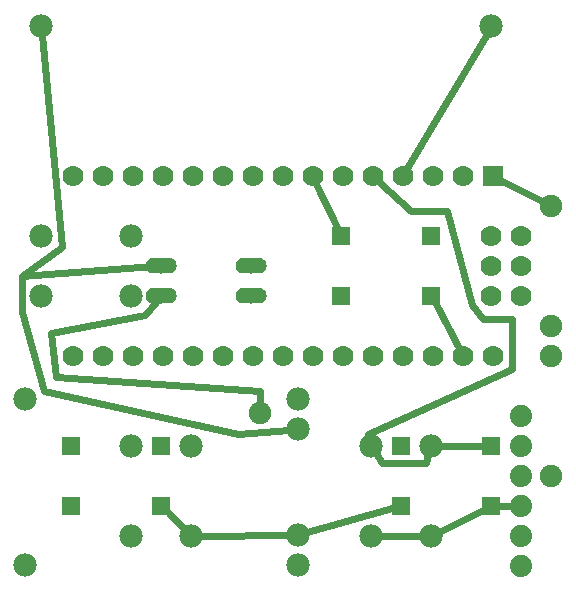
<source format=gtl>
G04 MADE WITH FRITZING*
G04 WWW.FRITZING.ORG*
G04 DOUBLE SIDED*
G04 HOLES PLATED*
G04 CONTOUR ON CENTER OF CONTOUR VECTOR*
%ASAXBY*%
%FSLAX23Y23*%
%MOIN*%
%OFA0B0*%
%SFA1.0B1.0*%
%ADD10C,0.078000*%
%ADD11C,0.075000*%
%ADD12C,0.052000*%
%ADD13C,0.074000*%
%ADD14C,0.070000*%
%ADD15C,0.059370*%
%ADD16C,0.075433*%
%ADD17R,0.070000X0.069958*%
%ADD18C,0.024000*%
%ADD19R,0.001000X0.001000*%
%LNCOPPER1*%
G90*
G70*
G54D10*
X1671Y1910D03*
G54D11*
X1871Y410D03*
X1871Y810D03*
X1871Y1310D03*
X1871Y910D03*
G54D12*
X871Y1010D03*
X871Y1110D03*
X571Y1110D03*
X571Y1010D03*
X871Y1010D03*
X871Y1110D03*
X571Y1110D03*
X571Y1010D03*
G54D10*
X118Y666D03*
X118Y114D03*
X1027Y666D03*
X1027Y566D03*
X1027Y214D03*
X1027Y114D03*
G54D13*
X1771Y110D03*
X1771Y210D03*
X1771Y310D03*
X1771Y410D03*
X1771Y510D03*
X1771Y610D03*
G54D14*
X1675Y1410D03*
X1575Y1410D03*
X1475Y1410D03*
X1375Y1410D03*
X1275Y1410D03*
X1175Y1410D03*
X1075Y1410D03*
X975Y1410D03*
X875Y1410D03*
X775Y1410D03*
X675Y1410D03*
X575Y1410D03*
X475Y1410D03*
X375Y1410D03*
X275Y1410D03*
X1675Y810D03*
X1575Y810D03*
X1475Y810D03*
X1375Y810D03*
X1275Y810D03*
X1175Y810D03*
X1075Y810D03*
X975Y810D03*
X875Y810D03*
X775Y810D03*
X675Y810D03*
X575Y810D03*
X475Y810D03*
X375Y810D03*
X275Y810D03*
X1771Y1210D03*
X1671Y1210D03*
X1771Y1110D03*
X1671Y1110D03*
X1771Y1010D03*
X1671Y1010D03*
G54D10*
X671Y210D03*
X671Y510D03*
X1271Y210D03*
X1271Y510D03*
X1471Y210D03*
X1471Y510D03*
X471Y210D03*
X471Y510D03*
X171Y1210D03*
X471Y1210D03*
X171Y1910D03*
G54D15*
X271Y510D03*
X571Y510D03*
X271Y310D03*
X571Y310D03*
X271Y510D03*
X571Y510D03*
X271Y310D03*
X571Y310D03*
X1471Y1010D03*
X1171Y1010D03*
X1471Y1210D03*
X1171Y1210D03*
X1471Y1010D03*
X1171Y1010D03*
X1471Y1210D03*
X1171Y1210D03*
X1371Y510D03*
X1671Y510D03*
X1371Y310D03*
X1671Y310D03*
X1371Y510D03*
X1671Y510D03*
X1371Y310D03*
X1671Y310D03*
G54D10*
X471Y1010D03*
X171Y1010D03*
G54D16*
X900Y621D03*
G54D17*
X1675Y1410D03*
G54D18*
X1845Y1323D02*
X1701Y1397D01*
D02*
X1088Y1384D02*
X1158Y1238D01*
D02*
X650Y231D02*
X593Y288D01*
D02*
X997Y214D02*
X701Y210D01*
D02*
X1341Y302D02*
X1056Y222D01*
D02*
X1287Y485D02*
X1308Y453D01*
X1308Y453D02*
X1452Y453D01*
X1452Y453D02*
X1461Y482D01*
D02*
X1640Y510D02*
X1501Y510D01*
D02*
X1297Y1391D02*
X1404Y1293D01*
X1404Y1293D02*
X1524Y1293D01*
X1524Y1293D02*
X1608Y981D01*
X1608Y981D02*
X1644Y933D01*
X1644Y933D02*
X1740Y933D01*
X1740Y933D02*
X1740Y765D01*
X1740Y765D02*
X1260Y549D01*
X1260Y549D02*
X1263Y539D01*
D02*
X553Y989D02*
X516Y945D01*
X516Y945D02*
X204Y885D01*
X204Y885D02*
X221Y738D01*
D02*
X221Y738D02*
X900Y693D01*
X900Y693D02*
X900Y650D01*
D02*
X544Y1108D02*
X108Y1077D01*
X108Y1077D02*
X108Y957D01*
X108Y957D02*
X180Y693D01*
X180Y693D02*
X828Y549D01*
X828Y549D02*
X997Y563D01*
D02*
X174Y1880D02*
X240Y1173D01*
X240Y1173D02*
X108Y1077D01*
D02*
X1740Y310D02*
X1702Y310D01*
D02*
X1498Y224D02*
X1643Y296D01*
D02*
X1301Y210D02*
X1441Y210D01*
D02*
X1485Y983D02*
X1562Y836D01*
D02*
X1656Y1884D02*
X1390Y1435D01*
G54D19*
X1141Y1240D02*
X1199Y1240D01*
X1441Y1240D02*
X1499Y1240D01*
X1141Y1239D02*
X1199Y1239D01*
X1441Y1239D02*
X1499Y1239D01*
X1141Y1238D02*
X1199Y1238D01*
X1441Y1238D02*
X1499Y1238D01*
X1141Y1237D02*
X1199Y1237D01*
X1441Y1237D02*
X1499Y1237D01*
X1141Y1236D02*
X1199Y1236D01*
X1441Y1236D02*
X1499Y1236D01*
X1141Y1235D02*
X1199Y1235D01*
X1441Y1235D02*
X1499Y1235D01*
X1141Y1234D02*
X1199Y1234D01*
X1441Y1234D02*
X1499Y1234D01*
X1141Y1233D02*
X1199Y1233D01*
X1441Y1233D02*
X1499Y1233D01*
X1141Y1232D02*
X1199Y1232D01*
X1441Y1232D02*
X1499Y1232D01*
X1141Y1231D02*
X1199Y1231D01*
X1441Y1231D02*
X1499Y1231D01*
X1141Y1230D02*
X1168Y1230D01*
X1172Y1230D02*
X1199Y1230D01*
X1441Y1230D02*
X1468Y1230D01*
X1472Y1230D02*
X1499Y1230D01*
X1141Y1229D02*
X1163Y1229D01*
X1177Y1229D02*
X1199Y1229D01*
X1441Y1229D02*
X1463Y1229D01*
X1477Y1229D02*
X1499Y1229D01*
X1141Y1228D02*
X1161Y1228D01*
X1179Y1228D02*
X1199Y1228D01*
X1441Y1228D02*
X1461Y1228D01*
X1479Y1228D02*
X1499Y1228D01*
X1141Y1227D02*
X1159Y1227D01*
X1181Y1227D02*
X1199Y1227D01*
X1441Y1227D02*
X1459Y1227D01*
X1481Y1227D02*
X1499Y1227D01*
X1141Y1226D02*
X1158Y1226D01*
X1183Y1226D02*
X1199Y1226D01*
X1441Y1226D02*
X1458Y1226D01*
X1482Y1226D02*
X1499Y1226D01*
X1141Y1225D02*
X1156Y1225D01*
X1184Y1225D02*
X1199Y1225D01*
X1441Y1225D02*
X1456Y1225D01*
X1484Y1225D02*
X1499Y1225D01*
X1141Y1224D02*
X1155Y1224D01*
X1185Y1224D02*
X1199Y1224D01*
X1441Y1224D02*
X1455Y1224D01*
X1485Y1224D02*
X1499Y1224D01*
X1141Y1223D02*
X1155Y1223D01*
X1186Y1223D02*
X1199Y1223D01*
X1441Y1223D02*
X1454Y1223D01*
X1486Y1223D02*
X1499Y1223D01*
X1141Y1222D02*
X1154Y1222D01*
X1186Y1222D02*
X1199Y1222D01*
X1441Y1222D02*
X1454Y1222D01*
X1486Y1222D02*
X1499Y1222D01*
X1141Y1221D02*
X1153Y1221D01*
X1187Y1221D02*
X1199Y1221D01*
X1441Y1221D02*
X1453Y1221D01*
X1487Y1221D02*
X1499Y1221D01*
X1141Y1220D02*
X1153Y1220D01*
X1188Y1220D02*
X1199Y1220D01*
X1441Y1220D02*
X1452Y1220D01*
X1488Y1220D02*
X1499Y1220D01*
X1141Y1219D02*
X1152Y1219D01*
X1188Y1219D02*
X1199Y1219D01*
X1441Y1219D02*
X1452Y1219D01*
X1488Y1219D02*
X1499Y1219D01*
X1141Y1218D02*
X1151Y1218D01*
X1189Y1218D02*
X1199Y1218D01*
X1441Y1218D02*
X1451Y1218D01*
X1489Y1218D02*
X1499Y1218D01*
X1141Y1217D02*
X1151Y1217D01*
X1189Y1217D02*
X1199Y1217D01*
X1441Y1217D02*
X1451Y1217D01*
X1489Y1217D02*
X1499Y1217D01*
X1141Y1216D02*
X1151Y1216D01*
X1189Y1216D02*
X1199Y1216D01*
X1441Y1216D02*
X1451Y1216D01*
X1489Y1216D02*
X1499Y1216D01*
X1141Y1215D02*
X1151Y1215D01*
X1190Y1215D02*
X1199Y1215D01*
X1441Y1215D02*
X1450Y1215D01*
X1490Y1215D02*
X1499Y1215D01*
X1141Y1214D02*
X1150Y1214D01*
X1190Y1214D02*
X1199Y1214D01*
X1441Y1214D02*
X1450Y1214D01*
X1490Y1214D02*
X1499Y1214D01*
X1141Y1213D02*
X1150Y1213D01*
X1190Y1213D02*
X1199Y1213D01*
X1441Y1213D02*
X1450Y1213D01*
X1490Y1213D02*
X1499Y1213D01*
X1141Y1212D02*
X1150Y1212D01*
X1190Y1212D02*
X1199Y1212D01*
X1441Y1212D02*
X1450Y1212D01*
X1490Y1212D02*
X1499Y1212D01*
X1141Y1211D02*
X1150Y1211D01*
X1190Y1211D02*
X1199Y1211D01*
X1441Y1211D02*
X1450Y1211D01*
X1490Y1211D02*
X1499Y1211D01*
X1141Y1210D02*
X1150Y1210D01*
X1190Y1210D02*
X1199Y1210D01*
X1441Y1210D02*
X1450Y1210D01*
X1490Y1210D02*
X1499Y1210D01*
X1141Y1209D02*
X1150Y1209D01*
X1190Y1209D02*
X1199Y1209D01*
X1441Y1209D02*
X1450Y1209D01*
X1490Y1209D02*
X1499Y1209D01*
X1141Y1208D02*
X1150Y1208D01*
X1190Y1208D02*
X1199Y1208D01*
X1441Y1208D02*
X1450Y1208D01*
X1490Y1208D02*
X1499Y1208D01*
X1141Y1207D02*
X1150Y1207D01*
X1190Y1207D02*
X1199Y1207D01*
X1441Y1207D02*
X1450Y1207D01*
X1490Y1207D02*
X1499Y1207D01*
X1141Y1206D02*
X1150Y1206D01*
X1190Y1206D02*
X1199Y1206D01*
X1441Y1206D02*
X1450Y1206D01*
X1490Y1206D02*
X1499Y1206D01*
X1141Y1205D02*
X1151Y1205D01*
X1189Y1205D02*
X1199Y1205D01*
X1441Y1205D02*
X1451Y1205D01*
X1489Y1205D02*
X1499Y1205D01*
X1141Y1204D02*
X1151Y1204D01*
X1189Y1204D02*
X1199Y1204D01*
X1441Y1204D02*
X1451Y1204D01*
X1489Y1204D02*
X1499Y1204D01*
X1141Y1203D02*
X1151Y1203D01*
X1189Y1203D02*
X1199Y1203D01*
X1441Y1203D02*
X1451Y1203D01*
X1489Y1203D02*
X1499Y1203D01*
X1141Y1202D02*
X1152Y1202D01*
X1188Y1202D02*
X1199Y1202D01*
X1441Y1202D02*
X1452Y1202D01*
X1488Y1202D02*
X1499Y1202D01*
X1141Y1201D02*
X1152Y1201D01*
X1188Y1201D02*
X1199Y1201D01*
X1441Y1201D02*
X1452Y1201D01*
X1488Y1201D02*
X1499Y1201D01*
X1141Y1200D02*
X1153Y1200D01*
X1187Y1200D02*
X1199Y1200D01*
X1441Y1200D02*
X1453Y1200D01*
X1487Y1200D02*
X1499Y1200D01*
X1141Y1199D02*
X1154Y1199D01*
X1187Y1199D02*
X1199Y1199D01*
X1441Y1199D02*
X1454Y1199D01*
X1486Y1199D02*
X1499Y1199D01*
X1141Y1198D02*
X1154Y1198D01*
X1186Y1198D02*
X1199Y1198D01*
X1441Y1198D02*
X1454Y1198D01*
X1486Y1198D02*
X1499Y1198D01*
X1141Y1197D02*
X1155Y1197D01*
X1185Y1197D02*
X1199Y1197D01*
X1441Y1197D02*
X1455Y1197D01*
X1485Y1197D02*
X1499Y1197D01*
X1141Y1196D02*
X1156Y1196D01*
X1184Y1196D02*
X1199Y1196D01*
X1441Y1196D02*
X1456Y1196D01*
X1484Y1196D02*
X1499Y1196D01*
X1141Y1195D02*
X1158Y1195D01*
X1183Y1195D02*
X1199Y1195D01*
X1441Y1195D02*
X1457Y1195D01*
X1483Y1195D02*
X1499Y1195D01*
X1141Y1194D02*
X1159Y1194D01*
X1181Y1194D02*
X1199Y1194D01*
X1441Y1194D02*
X1459Y1194D01*
X1481Y1194D02*
X1499Y1194D01*
X1141Y1193D02*
X1161Y1193D01*
X1180Y1193D02*
X1199Y1193D01*
X1441Y1193D02*
X1461Y1193D01*
X1479Y1193D02*
X1499Y1193D01*
X1141Y1192D02*
X1163Y1192D01*
X1177Y1192D02*
X1199Y1192D01*
X1441Y1192D02*
X1463Y1192D01*
X1477Y1192D02*
X1499Y1192D01*
X1141Y1191D02*
X1167Y1191D01*
X1173Y1191D02*
X1199Y1191D01*
X1441Y1191D02*
X1467Y1191D01*
X1473Y1191D02*
X1499Y1191D01*
X1141Y1190D02*
X1199Y1190D01*
X1441Y1190D02*
X1499Y1190D01*
X1141Y1189D02*
X1199Y1189D01*
X1441Y1189D02*
X1499Y1189D01*
X1141Y1188D02*
X1199Y1188D01*
X1441Y1188D02*
X1499Y1188D01*
X1141Y1187D02*
X1199Y1187D01*
X1441Y1187D02*
X1499Y1187D01*
X1141Y1186D02*
X1199Y1186D01*
X1441Y1186D02*
X1499Y1186D01*
X1141Y1185D02*
X1199Y1185D01*
X1441Y1185D02*
X1499Y1185D01*
X1141Y1184D02*
X1199Y1184D01*
X1441Y1184D02*
X1499Y1184D01*
X1141Y1183D02*
X1199Y1183D01*
X1441Y1183D02*
X1499Y1183D01*
X1141Y1182D02*
X1199Y1182D01*
X1441Y1182D02*
X1499Y1182D01*
X1141Y1181D02*
X1199Y1181D01*
X1441Y1181D02*
X1499Y1181D01*
X540Y1136D02*
X601Y1136D01*
X840Y1136D02*
X900Y1136D01*
X536Y1135D02*
X604Y1135D01*
X836Y1135D02*
X904Y1135D01*
X534Y1134D02*
X607Y1134D01*
X834Y1134D02*
X907Y1134D01*
X532Y1133D02*
X608Y1133D01*
X832Y1133D02*
X908Y1133D01*
X530Y1132D02*
X610Y1132D01*
X830Y1132D02*
X910Y1132D01*
X529Y1131D02*
X612Y1131D01*
X829Y1131D02*
X911Y1131D01*
X528Y1130D02*
X613Y1130D01*
X828Y1130D02*
X913Y1130D01*
X527Y1129D02*
X614Y1129D01*
X827Y1129D02*
X914Y1129D01*
X526Y1128D02*
X615Y1128D01*
X826Y1128D02*
X915Y1128D01*
X525Y1127D02*
X616Y1127D01*
X825Y1127D02*
X916Y1127D01*
X524Y1126D02*
X566Y1126D01*
X574Y1126D02*
X616Y1126D01*
X824Y1126D02*
X866Y1126D01*
X874Y1126D02*
X916Y1126D01*
X523Y1125D02*
X563Y1125D01*
X577Y1125D02*
X617Y1125D01*
X823Y1125D02*
X863Y1125D01*
X877Y1125D02*
X917Y1125D01*
X523Y1124D02*
X561Y1124D01*
X579Y1124D02*
X618Y1124D01*
X823Y1124D02*
X861Y1124D01*
X879Y1124D02*
X918Y1124D01*
X522Y1123D02*
X560Y1123D01*
X581Y1123D02*
X618Y1123D01*
X822Y1123D02*
X860Y1123D01*
X881Y1123D02*
X918Y1123D01*
X522Y1122D02*
X559Y1122D01*
X582Y1122D02*
X619Y1122D01*
X822Y1122D02*
X859Y1122D01*
X882Y1122D02*
X919Y1122D01*
X521Y1121D02*
X558Y1121D01*
X583Y1121D02*
X619Y1121D01*
X821Y1121D02*
X858Y1121D01*
X883Y1121D02*
X919Y1121D01*
X521Y1120D02*
X557Y1120D01*
X584Y1120D02*
X620Y1120D01*
X821Y1120D02*
X857Y1120D01*
X883Y1120D02*
X920Y1120D01*
X520Y1119D02*
X556Y1119D01*
X584Y1119D02*
X620Y1119D01*
X820Y1119D02*
X856Y1119D01*
X884Y1119D02*
X920Y1119D01*
X520Y1118D02*
X556Y1118D01*
X585Y1118D02*
X621Y1118D01*
X820Y1118D02*
X856Y1118D01*
X885Y1118D02*
X921Y1118D01*
X520Y1117D02*
X555Y1117D01*
X585Y1117D02*
X621Y1117D01*
X820Y1117D02*
X855Y1117D01*
X885Y1117D02*
X921Y1117D01*
X519Y1116D02*
X555Y1116D01*
X586Y1116D02*
X621Y1116D01*
X819Y1116D02*
X855Y1116D01*
X886Y1116D02*
X921Y1116D01*
X519Y1115D02*
X555Y1115D01*
X586Y1115D02*
X621Y1115D01*
X819Y1115D02*
X854Y1115D01*
X886Y1115D02*
X921Y1115D01*
X519Y1114D02*
X554Y1114D01*
X586Y1114D02*
X621Y1114D01*
X819Y1114D02*
X854Y1114D01*
X886Y1114D02*
X921Y1114D01*
X519Y1113D02*
X554Y1113D01*
X587Y1113D02*
X622Y1113D01*
X819Y1113D02*
X854Y1113D01*
X886Y1113D02*
X922Y1113D01*
X519Y1112D02*
X554Y1112D01*
X587Y1112D02*
X622Y1112D01*
X819Y1112D02*
X854Y1112D01*
X887Y1112D02*
X922Y1112D01*
X519Y1111D02*
X554Y1111D01*
X587Y1111D02*
X622Y1111D01*
X819Y1111D02*
X854Y1111D01*
X887Y1111D02*
X922Y1111D01*
X519Y1110D02*
X554Y1110D01*
X587Y1110D02*
X622Y1110D01*
X819Y1110D02*
X854Y1110D01*
X887Y1110D02*
X922Y1110D01*
X519Y1109D02*
X554Y1109D01*
X587Y1109D02*
X622Y1109D01*
X819Y1109D02*
X854Y1109D01*
X887Y1109D02*
X922Y1109D01*
X519Y1108D02*
X554Y1108D01*
X587Y1108D02*
X622Y1108D01*
X819Y1108D02*
X854Y1108D01*
X886Y1108D02*
X922Y1108D01*
X519Y1107D02*
X554Y1107D01*
X586Y1107D02*
X622Y1107D01*
X819Y1107D02*
X854Y1107D01*
X886Y1107D02*
X921Y1107D01*
X519Y1106D02*
X554Y1106D01*
X586Y1106D02*
X621Y1106D01*
X819Y1106D02*
X854Y1106D01*
X886Y1106D02*
X921Y1106D01*
X519Y1105D02*
X555Y1105D01*
X586Y1105D02*
X621Y1105D01*
X819Y1105D02*
X855Y1105D01*
X886Y1105D02*
X921Y1105D01*
X520Y1104D02*
X555Y1104D01*
X585Y1104D02*
X621Y1104D01*
X820Y1104D02*
X855Y1104D01*
X885Y1104D02*
X921Y1104D01*
X520Y1103D02*
X556Y1103D01*
X585Y1103D02*
X621Y1103D01*
X820Y1103D02*
X856Y1103D01*
X885Y1103D02*
X921Y1103D01*
X520Y1102D02*
X556Y1102D01*
X584Y1102D02*
X620Y1102D01*
X820Y1102D02*
X856Y1102D01*
X884Y1102D02*
X920Y1102D01*
X521Y1101D02*
X557Y1101D01*
X584Y1101D02*
X620Y1101D01*
X820Y1101D02*
X857Y1101D01*
X884Y1101D02*
X920Y1101D01*
X521Y1100D02*
X558Y1100D01*
X583Y1100D02*
X620Y1100D01*
X821Y1100D02*
X858Y1100D01*
X883Y1100D02*
X919Y1100D01*
X522Y1099D02*
X559Y1099D01*
X582Y1099D02*
X619Y1099D01*
X821Y1099D02*
X859Y1099D01*
X882Y1099D02*
X919Y1099D01*
X522Y1098D02*
X560Y1098D01*
X581Y1098D02*
X618Y1098D01*
X822Y1098D02*
X860Y1098D01*
X881Y1098D02*
X918Y1098D01*
X523Y1097D02*
X561Y1097D01*
X579Y1097D02*
X618Y1097D01*
X823Y1097D02*
X861Y1097D01*
X879Y1097D02*
X918Y1097D01*
X523Y1096D02*
X563Y1096D01*
X578Y1096D02*
X617Y1096D01*
X823Y1096D02*
X863Y1096D01*
X877Y1096D02*
X917Y1096D01*
X524Y1095D02*
X566Y1095D01*
X575Y1095D02*
X617Y1095D01*
X824Y1095D02*
X866Y1095D01*
X875Y1095D02*
X916Y1095D01*
X525Y1094D02*
X616Y1094D01*
X825Y1094D02*
X916Y1094D01*
X526Y1093D02*
X615Y1093D01*
X826Y1093D02*
X915Y1093D01*
X526Y1092D02*
X614Y1092D01*
X826Y1092D02*
X914Y1092D01*
X528Y1091D02*
X613Y1091D01*
X828Y1091D02*
X913Y1091D01*
X529Y1090D02*
X612Y1090D01*
X829Y1090D02*
X912Y1090D01*
X530Y1089D02*
X610Y1089D01*
X830Y1089D02*
X910Y1089D01*
X532Y1088D02*
X609Y1088D01*
X832Y1088D02*
X909Y1088D01*
X534Y1087D02*
X607Y1087D01*
X834Y1087D02*
X907Y1087D01*
X536Y1086D02*
X605Y1086D01*
X836Y1086D02*
X904Y1086D01*
X540Y1085D02*
X601Y1085D01*
X839Y1085D02*
X901Y1085D01*
X1141Y1040D02*
X1199Y1040D01*
X1441Y1040D02*
X1499Y1040D01*
X1141Y1039D02*
X1199Y1039D01*
X1441Y1039D02*
X1499Y1039D01*
X1141Y1038D02*
X1199Y1038D01*
X1441Y1038D02*
X1499Y1038D01*
X1141Y1037D02*
X1199Y1037D01*
X1441Y1037D02*
X1499Y1037D01*
X540Y1036D02*
X601Y1036D01*
X840Y1036D02*
X900Y1036D01*
X1141Y1036D02*
X1199Y1036D01*
X1441Y1036D02*
X1499Y1036D01*
X536Y1035D02*
X604Y1035D01*
X836Y1035D02*
X904Y1035D01*
X1141Y1035D02*
X1199Y1035D01*
X1441Y1035D02*
X1499Y1035D01*
X534Y1034D02*
X607Y1034D01*
X834Y1034D02*
X907Y1034D01*
X1141Y1034D02*
X1199Y1034D01*
X1441Y1034D02*
X1499Y1034D01*
X532Y1033D02*
X608Y1033D01*
X832Y1033D02*
X908Y1033D01*
X1141Y1033D02*
X1199Y1033D01*
X1441Y1033D02*
X1499Y1033D01*
X530Y1032D02*
X610Y1032D01*
X830Y1032D02*
X910Y1032D01*
X1141Y1032D02*
X1199Y1032D01*
X1441Y1032D02*
X1499Y1032D01*
X529Y1031D02*
X612Y1031D01*
X829Y1031D02*
X911Y1031D01*
X1141Y1031D02*
X1199Y1031D01*
X1441Y1031D02*
X1499Y1031D01*
X528Y1030D02*
X613Y1030D01*
X828Y1030D02*
X913Y1030D01*
X1141Y1030D02*
X1168Y1030D01*
X1172Y1030D02*
X1199Y1030D01*
X1441Y1030D02*
X1468Y1030D01*
X1472Y1030D02*
X1499Y1030D01*
X527Y1029D02*
X614Y1029D01*
X827Y1029D02*
X914Y1029D01*
X1141Y1029D02*
X1163Y1029D01*
X1177Y1029D02*
X1199Y1029D01*
X1441Y1029D02*
X1463Y1029D01*
X1477Y1029D02*
X1499Y1029D01*
X526Y1028D02*
X615Y1028D01*
X826Y1028D02*
X915Y1028D01*
X1141Y1028D02*
X1161Y1028D01*
X1179Y1028D02*
X1199Y1028D01*
X1441Y1028D02*
X1461Y1028D01*
X1479Y1028D02*
X1499Y1028D01*
X525Y1027D02*
X616Y1027D01*
X825Y1027D02*
X916Y1027D01*
X1141Y1027D02*
X1159Y1027D01*
X1181Y1027D02*
X1199Y1027D01*
X1441Y1027D02*
X1459Y1027D01*
X1481Y1027D02*
X1499Y1027D01*
X524Y1026D02*
X566Y1026D01*
X574Y1026D02*
X616Y1026D01*
X824Y1026D02*
X866Y1026D01*
X874Y1026D02*
X916Y1026D01*
X1141Y1026D02*
X1158Y1026D01*
X1183Y1026D02*
X1199Y1026D01*
X1441Y1026D02*
X1458Y1026D01*
X1482Y1026D02*
X1499Y1026D01*
X523Y1025D02*
X563Y1025D01*
X577Y1025D02*
X617Y1025D01*
X823Y1025D02*
X863Y1025D01*
X877Y1025D02*
X917Y1025D01*
X1141Y1025D02*
X1156Y1025D01*
X1184Y1025D02*
X1199Y1025D01*
X1441Y1025D02*
X1456Y1025D01*
X1484Y1025D02*
X1499Y1025D01*
X523Y1024D02*
X561Y1024D01*
X579Y1024D02*
X618Y1024D01*
X823Y1024D02*
X861Y1024D01*
X879Y1024D02*
X918Y1024D01*
X1141Y1024D02*
X1155Y1024D01*
X1185Y1024D02*
X1199Y1024D01*
X1441Y1024D02*
X1455Y1024D01*
X1485Y1024D02*
X1499Y1024D01*
X522Y1023D02*
X560Y1023D01*
X581Y1023D02*
X618Y1023D01*
X822Y1023D02*
X860Y1023D01*
X881Y1023D02*
X918Y1023D01*
X1141Y1023D02*
X1155Y1023D01*
X1186Y1023D02*
X1199Y1023D01*
X1441Y1023D02*
X1454Y1023D01*
X1486Y1023D02*
X1499Y1023D01*
X522Y1022D02*
X559Y1022D01*
X582Y1022D02*
X619Y1022D01*
X822Y1022D02*
X859Y1022D01*
X882Y1022D02*
X919Y1022D01*
X1141Y1022D02*
X1154Y1022D01*
X1186Y1022D02*
X1199Y1022D01*
X1441Y1022D02*
X1454Y1022D01*
X1486Y1022D02*
X1499Y1022D01*
X521Y1021D02*
X558Y1021D01*
X583Y1021D02*
X619Y1021D01*
X821Y1021D02*
X858Y1021D01*
X883Y1021D02*
X919Y1021D01*
X1141Y1021D02*
X1153Y1021D01*
X1187Y1021D02*
X1199Y1021D01*
X1441Y1021D02*
X1453Y1021D01*
X1487Y1021D02*
X1499Y1021D01*
X521Y1020D02*
X557Y1020D01*
X584Y1020D02*
X620Y1020D01*
X821Y1020D02*
X857Y1020D01*
X883Y1020D02*
X920Y1020D01*
X1141Y1020D02*
X1153Y1020D01*
X1188Y1020D02*
X1199Y1020D01*
X1441Y1020D02*
X1452Y1020D01*
X1488Y1020D02*
X1499Y1020D01*
X520Y1019D02*
X556Y1019D01*
X584Y1019D02*
X620Y1019D01*
X820Y1019D02*
X856Y1019D01*
X884Y1019D02*
X920Y1019D01*
X1141Y1019D02*
X1152Y1019D01*
X1188Y1019D02*
X1199Y1019D01*
X1441Y1019D02*
X1452Y1019D01*
X1488Y1019D02*
X1499Y1019D01*
X520Y1018D02*
X556Y1018D01*
X585Y1018D02*
X621Y1018D01*
X820Y1018D02*
X856Y1018D01*
X885Y1018D02*
X921Y1018D01*
X1141Y1018D02*
X1151Y1018D01*
X1189Y1018D02*
X1199Y1018D01*
X1441Y1018D02*
X1451Y1018D01*
X1489Y1018D02*
X1499Y1018D01*
X520Y1017D02*
X555Y1017D01*
X585Y1017D02*
X621Y1017D01*
X820Y1017D02*
X855Y1017D01*
X885Y1017D02*
X921Y1017D01*
X1141Y1017D02*
X1151Y1017D01*
X1189Y1017D02*
X1199Y1017D01*
X1441Y1017D02*
X1451Y1017D01*
X1489Y1017D02*
X1499Y1017D01*
X519Y1016D02*
X555Y1016D01*
X586Y1016D02*
X621Y1016D01*
X819Y1016D02*
X855Y1016D01*
X886Y1016D02*
X921Y1016D01*
X1141Y1016D02*
X1151Y1016D01*
X1189Y1016D02*
X1199Y1016D01*
X1441Y1016D02*
X1451Y1016D01*
X1489Y1016D02*
X1499Y1016D01*
X519Y1015D02*
X555Y1015D01*
X586Y1015D02*
X621Y1015D01*
X819Y1015D02*
X854Y1015D01*
X886Y1015D02*
X921Y1015D01*
X1141Y1015D02*
X1151Y1015D01*
X1190Y1015D02*
X1199Y1015D01*
X1441Y1015D02*
X1450Y1015D01*
X1490Y1015D02*
X1499Y1015D01*
X519Y1014D02*
X554Y1014D01*
X586Y1014D02*
X621Y1014D01*
X819Y1014D02*
X854Y1014D01*
X886Y1014D02*
X921Y1014D01*
X1141Y1014D02*
X1150Y1014D01*
X1190Y1014D02*
X1199Y1014D01*
X1441Y1014D02*
X1450Y1014D01*
X1490Y1014D02*
X1499Y1014D01*
X519Y1013D02*
X554Y1013D01*
X587Y1013D02*
X622Y1013D01*
X819Y1013D02*
X854Y1013D01*
X886Y1013D02*
X922Y1013D01*
X1141Y1013D02*
X1150Y1013D01*
X1190Y1013D02*
X1199Y1013D01*
X1441Y1013D02*
X1450Y1013D01*
X1490Y1013D02*
X1499Y1013D01*
X519Y1012D02*
X554Y1012D01*
X587Y1012D02*
X622Y1012D01*
X819Y1012D02*
X854Y1012D01*
X887Y1012D02*
X922Y1012D01*
X1141Y1012D02*
X1150Y1012D01*
X1190Y1012D02*
X1199Y1012D01*
X1441Y1012D02*
X1450Y1012D01*
X1490Y1012D02*
X1499Y1012D01*
X519Y1011D02*
X554Y1011D01*
X587Y1011D02*
X622Y1011D01*
X819Y1011D02*
X854Y1011D01*
X887Y1011D02*
X922Y1011D01*
X1141Y1011D02*
X1150Y1011D01*
X1190Y1011D02*
X1199Y1011D01*
X1441Y1011D02*
X1450Y1011D01*
X1490Y1011D02*
X1499Y1011D01*
X519Y1010D02*
X554Y1010D01*
X587Y1010D02*
X622Y1010D01*
X819Y1010D02*
X854Y1010D01*
X887Y1010D02*
X922Y1010D01*
X1141Y1010D02*
X1150Y1010D01*
X1190Y1010D02*
X1199Y1010D01*
X1441Y1010D02*
X1450Y1010D01*
X1490Y1010D02*
X1499Y1010D01*
X519Y1009D02*
X554Y1009D01*
X587Y1009D02*
X622Y1009D01*
X819Y1009D02*
X854Y1009D01*
X887Y1009D02*
X922Y1009D01*
X1141Y1009D02*
X1150Y1009D01*
X1190Y1009D02*
X1199Y1009D01*
X1441Y1009D02*
X1450Y1009D01*
X1490Y1009D02*
X1499Y1009D01*
X519Y1008D02*
X554Y1008D01*
X587Y1008D02*
X622Y1008D01*
X819Y1008D02*
X854Y1008D01*
X886Y1008D02*
X922Y1008D01*
X1141Y1008D02*
X1150Y1008D01*
X1190Y1008D02*
X1199Y1008D01*
X1441Y1008D02*
X1450Y1008D01*
X1490Y1008D02*
X1499Y1008D01*
X519Y1007D02*
X554Y1007D01*
X586Y1007D02*
X622Y1007D01*
X819Y1007D02*
X854Y1007D01*
X886Y1007D02*
X921Y1007D01*
X1141Y1007D02*
X1150Y1007D01*
X1190Y1007D02*
X1199Y1007D01*
X1441Y1007D02*
X1450Y1007D01*
X1490Y1007D02*
X1499Y1007D01*
X519Y1006D02*
X554Y1006D01*
X586Y1006D02*
X621Y1006D01*
X819Y1006D02*
X854Y1006D01*
X886Y1006D02*
X921Y1006D01*
X1141Y1006D02*
X1150Y1006D01*
X1190Y1006D02*
X1199Y1006D01*
X1441Y1006D02*
X1450Y1006D01*
X1490Y1006D02*
X1499Y1006D01*
X519Y1005D02*
X555Y1005D01*
X586Y1005D02*
X621Y1005D01*
X819Y1005D02*
X855Y1005D01*
X886Y1005D02*
X921Y1005D01*
X1141Y1005D02*
X1151Y1005D01*
X1189Y1005D02*
X1199Y1005D01*
X1441Y1005D02*
X1451Y1005D01*
X1489Y1005D02*
X1499Y1005D01*
X520Y1004D02*
X555Y1004D01*
X585Y1004D02*
X621Y1004D01*
X820Y1004D02*
X855Y1004D01*
X885Y1004D02*
X921Y1004D01*
X1141Y1004D02*
X1151Y1004D01*
X1189Y1004D02*
X1199Y1004D01*
X1441Y1004D02*
X1451Y1004D01*
X1489Y1004D02*
X1499Y1004D01*
X520Y1003D02*
X556Y1003D01*
X585Y1003D02*
X621Y1003D01*
X820Y1003D02*
X856Y1003D01*
X885Y1003D02*
X921Y1003D01*
X1141Y1003D02*
X1151Y1003D01*
X1189Y1003D02*
X1199Y1003D01*
X1441Y1003D02*
X1451Y1003D01*
X1489Y1003D02*
X1499Y1003D01*
X520Y1002D02*
X556Y1002D01*
X584Y1002D02*
X620Y1002D01*
X820Y1002D02*
X856Y1002D01*
X884Y1002D02*
X920Y1002D01*
X1141Y1002D02*
X1152Y1002D01*
X1188Y1002D02*
X1199Y1002D01*
X1441Y1002D02*
X1452Y1002D01*
X1488Y1002D02*
X1499Y1002D01*
X521Y1001D02*
X557Y1001D01*
X584Y1001D02*
X620Y1001D01*
X821Y1001D02*
X857Y1001D01*
X884Y1001D02*
X920Y1001D01*
X1141Y1001D02*
X1152Y1001D01*
X1188Y1001D02*
X1199Y1001D01*
X1441Y1001D02*
X1452Y1001D01*
X1488Y1001D02*
X1499Y1001D01*
X521Y1000D02*
X558Y1000D01*
X583Y1000D02*
X620Y1000D01*
X821Y1000D02*
X858Y1000D01*
X883Y1000D02*
X919Y1000D01*
X1141Y1000D02*
X1153Y1000D01*
X1187Y1000D02*
X1199Y1000D01*
X1441Y1000D02*
X1453Y1000D01*
X1487Y1000D02*
X1499Y1000D01*
X522Y999D02*
X559Y999D01*
X582Y999D02*
X619Y999D01*
X821Y999D02*
X859Y999D01*
X882Y999D02*
X919Y999D01*
X1141Y999D02*
X1154Y999D01*
X1187Y999D02*
X1199Y999D01*
X1441Y999D02*
X1454Y999D01*
X1486Y999D02*
X1499Y999D01*
X522Y998D02*
X560Y998D01*
X581Y998D02*
X618Y998D01*
X822Y998D02*
X860Y998D01*
X881Y998D02*
X918Y998D01*
X1141Y998D02*
X1154Y998D01*
X1186Y998D02*
X1199Y998D01*
X1441Y998D02*
X1454Y998D01*
X1486Y998D02*
X1499Y998D01*
X523Y997D02*
X561Y997D01*
X579Y997D02*
X618Y997D01*
X823Y997D02*
X861Y997D01*
X879Y997D02*
X918Y997D01*
X1141Y997D02*
X1155Y997D01*
X1185Y997D02*
X1199Y997D01*
X1441Y997D02*
X1455Y997D01*
X1485Y997D02*
X1499Y997D01*
X523Y996D02*
X563Y996D01*
X578Y996D02*
X617Y996D01*
X823Y996D02*
X863Y996D01*
X877Y996D02*
X917Y996D01*
X1141Y996D02*
X1156Y996D01*
X1184Y996D02*
X1199Y996D01*
X1441Y996D02*
X1456Y996D01*
X1484Y996D02*
X1499Y996D01*
X524Y995D02*
X566Y995D01*
X575Y995D02*
X617Y995D01*
X824Y995D02*
X866Y995D01*
X875Y995D02*
X916Y995D01*
X1141Y995D02*
X1158Y995D01*
X1183Y995D02*
X1199Y995D01*
X1441Y995D02*
X1457Y995D01*
X1483Y995D02*
X1499Y995D01*
X525Y994D02*
X616Y994D01*
X825Y994D02*
X916Y994D01*
X1141Y994D02*
X1159Y994D01*
X1181Y994D02*
X1199Y994D01*
X1441Y994D02*
X1459Y994D01*
X1481Y994D02*
X1499Y994D01*
X526Y993D02*
X615Y993D01*
X826Y993D02*
X915Y993D01*
X1141Y993D02*
X1161Y993D01*
X1179Y993D02*
X1199Y993D01*
X1441Y993D02*
X1461Y993D01*
X1479Y993D02*
X1499Y993D01*
X527Y992D02*
X614Y992D01*
X826Y992D02*
X914Y992D01*
X1141Y992D02*
X1163Y992D01*
X1177Y992D02*
X1199Y992D01*
X1441Y992D02*
X1463Y992D01*
X1477Y992D02*
X1499Y992D01*
X528Y991D02*
X613Y991D01*
X828Y991D02*
X913Y991D01*
X1141Y991D02*
X1167Y991D01*
X1173Y991D02*
X1199Y991D01*
X1441Y991D02*
X1467Y991D01*
X1473Y991D02*
X1499Y991D01*
X529Y990D02*
X612Y990D01*
X829Y990D02*
X912Y990D01*
X1141Y990D02*
X1199Y990D01*
X1441Y990D02*
X1499Y990D01*
X530Y989D02*
X610Y989D01*
X830Y989D02*
X910Y989D01*
X1141Y989D02*
X1199Y989D01*
X1441Y989D02*
X1499Y989D01*
X532Y988D02*
X609Y988D01*
X832Y988D02*
X909Y988D01*
X1141Y988D02*
X1199Y988D01*
X1441Y988D02*
X1499Y988D01*
X534Y987D02*
X607Y987D01*
X834Y987D02*
X907Y987D01*
X1141Y987D02*
X1199Y987D01*
X1441Y987D02*
X1499Y987D01*
X536Y986D02*
X605Y986D01*
X836Y986D02*
X904Y986D01*
X1141Y986D02*
X1199Y986D01*
X1441Y986D02*
X1499Y986D01*
X540Y985D02*
X601Y985D01*
X839Y985D02*
X901Y985D01*
X1141Y985D02*
X1199Y985D01*
X1441Y985D02*
X1499Y985D01*
X1141Y984D02*
X1199Y984D01*
X1441Y984D02*
X1499Y984D01*
X1141Y983D02*
X1199Y983D01*
X1441Y983D02*
X1499Y983D01*
X1141Y982D02*
X1199Y982D01*
X1441Y982D02*
X1499Y982D01*
X1141Y981D02*
X1199Y981D01*
X1441Y981D02*
X1499Y981D01*
X241Y540D02*
X299Y540D01*
X541Y540D02*
X599Y540D01*
X1341Y540D02*
X1399Y540D01*
X1641Y540D02*
X1699Y540D01*
X241Y539D02*
X300Y539D01*
X541Y539D02*
X599Y539D01*
X1341Y539D02*
X1399Y539D01*
X1641Y539D02*
X1699Y539D01*
X241Y538D02*
X300Y538D01*
X541Y538D02*
X599Y538D01*
X1341Y538D02*
X1399Y538D01*
X1641Y538D02*
X1699Y538D01*
X241Y537D02*
X300Y537D01*
X541Y537D02*
X599Y537D01*
X1341Y537D02*
X1399Y537D01*
X1641Y537D02*
X1699Y537D01*
X241Y536D02*
X300Y536D01*
X541Y536D02*
X599Y536D01*
X1341Y536D02*
X1399Y536D01*
X1641Y536D02*
X1699Y536D01*
X241Y535D02*
X300Y535D01*
X541Y535D02*
X599Y535D01*
X1341Y535D02*
X1399Y535D01*
X1641Y535D02*
X1699Y535D01*
X241Y534D02*
X300Y534D01*
X541Y534D02*
X599Y534D01*
X1341Y534D02*
X1399Y534D01*
X1641Y534D02*
X1699Y534D01*
X241Y533D02*
X300Y533D01*
X541Y533D02*
X599Y533D01*
X1341Y533D02*
X1399Y533D01*
X1641Y533D02*
X1699Y533D01*
X241Y532D02*
X300Y532D01*
X541Y532D02*
X599Y532D01*
X1341Y532D02*
X1399Y532D01*
X1641Y532D02*
X1699Y532D01*
X241Y531D02*
X300Y531D01*
X541Y531D02*
X599Y531D01*
X1341Y531D02*
X1399Y531D01*
X1641Y531D02*
X1699Y531D01*
X241Y530D02*
X268Y530D01*
X273Y530D02*
X300Y530D01*
X541Y530D02*
X568Y530D01*
X573Y530D02*
X599Y530D01*
X1341Y530D02*
X1368Y530D01*
X1373Y530D02*
X1399Y530D01*
X1641Y530D02*
X1668Y530D01*
X1672Y530D02*
X1699Y530D01*
X241Y529D02*
X263Y529D01*
X277Y529D02*
X300Y529D01*
X541Y529D02*
X563Y529D01*
X577Y529D02*
X599Y529D01*
X1341Y529D02*
X1363Y529D01*
X1377Y529D02*
X1399Y529D01*
X1641Y529D02*
X1663Y529D01*
X1677Y529D02*
X1699Y529D01*
X241Y528D02*
X261Y528D01*
X280Y528D02*
X300Y528D01*
X541Y528D02*
X561Y528D01*
X580Y528D02*
X599Y528D01*
X1341Y528D02*
X1361Y528D01*
X1379Y528D02*
X1399Y528D01*
X1641Y528D02*
X1661Y528D01*
X1679Y528D02*
X1699Y528D01*
X241Y527D02*
X259Y527D01*
X282Y527D02*
X300Y527D01*
X541Y527D02*
X559Y527D01*
X581Y527D02*
X599Y527D01*
X1341Y527D02*
X1359Y527D01*
X1381Y527D02*
X1399Y527D01*
X1641Y527D02*
X1659Y527D01*
X1681Y527D02*
X1699Y527D01*
X241Y526D02*
X258Y526D01*
X283Y526D02*
X300Y526D01*
X541Y526D02*
X558Y526D01*
X583Y526D02*
X599Y526D01*
X1341Y526D02*
X1358Y526D01*
X1383Y526D02*
X1399Y526D01*
X1641Y526D02*
X1657Y526D01*
X1682Y526D02*
X1699Y526D01*
X241Y525D02*
X257Y525D01*
X284Y525D02*
X300Y525D01*
X541Y525D02*
X557Y525D01*
X584Y525D02*
X599Y525D01*
X1341Y525D02*
X1356Y525D01*
X1384Y525D02*
X1399Y525D01*
X1641Y525D02*
X1656Y525D01*
X1684Y525D02*
X1699Y525D01*
X241Y524D02*
X256Y524D01*
X285Y524D02*
X300Y524D01*
X541Y524D02*
X556Y524D01*
X585Y524D02*
X599Y524D01*
X1341Y524D02*
X1355Y524D01*
X1385Y524D02*
X1399Y524D01*
X1641Y524D02*
X1655Y524D01*
X1685Y524D02*
X1699Y524D01*
X241Y523D02*
X255Y523D01*
X286Y523D02*
X300Y523D01*
X541Y523D02*
X555Y523D01*
X586Y523D02*
X599Y523D01*
X1341Y523D02*
X1354Y523D01*
X1386Y523D02*
X1399Y523D01*
X1641Y523D02*
X1654Y523D01*
X1686Y523D02*
X1699Y523D01*
X241Y522D02*
X254Y522D01*
X287Y522D02*
X300Y522D01*
X541Y522D02*
X554Y522D01*
X587Y522D02*
X599Y522D01*
X1341Y522D02*
X1354Y522D01*
X1386Y522D02*
X1399Y522D01*
X1641Y522D02*
X1654Y522D01*
X1686Y522D02*
X1699Y522D01*
X241Y521D02*
X253Y521D01*
X287Y521D02*
X300Y521D01*
X541Y521D02*
X553Y521D01*
X587Y521D02*
X599Y521D01*
X1341Y521D02*
X1353Y521D01*
X1387Y521D02*
X1399Y521D01*
X1641Y521D02*
X1653Y521D01*
X1687Y521D02*
X1699Y521D01*
X241Y520D02*
X253Y520D01*
X288Y520D02*
X300Y520D01*
X541Y520D02*
X553Y520D01*
X588Y520D02*
X599Y520D01*
X1341Y520D02*
X1352Y520D01*
X1388Y520D02*
X1399Y520D01*
X1641Y520D02*
X1652Y520D01*
X1688Y520D02*
X1699Y520D01*
X241Y519D02*
X252Y519D01*
X289Y519D02*
X300Y519D01*
X541Y519D02*
X552Y519D01*
X588Y519D02*
X599Y519D01*
X1341Y519D02*
X1352Y519D01*
X1388Y519D02*
X1399Y519D01*
X1641Y519D02*
X1652Y519D01*
X1688Y519D02*
X1699Y519D01*
X241Y518D02*
X252Y518D01*
X289Y518D02*
X300Y518D01*
X541Y518D02*
X552Y518D01*
X589Y518D02*
X599Y518D01*
X1341Y518D02*
X1351Y518D01*
X1389Y518D02*
X1399Y518D01*
X1641Y518D02*
X1651Y518D01*
X1689Y518D02*
X1699Y518D01*
X241Y517D02*
X251Y517D01*
X289Y517D02*
X300Y517D01*
X541Y517D02*
X551Y517D01*
X589Y517D02*
X599Y517D01*
X1341Y517D02*
X1351Y517D01*
X1389Y517D02*
X1399Y517D01*
X1641Y517D02*
X1651Y517D01*
X1689Y517D02*
X1699Y517D01*
X241Y516D02*
X251Y516D01*
X290Y516D02*
X300Y516D01*
X541Y516D02*
X551Y516D01*
X590Y516D02*
X599Y516D01*
X1341Y516D02*
X1351Y516D01*
X1389Y516D02*
X1399Y516D01*
X1641Y516D02*
X1651Y516D01*
X1689Y516D02*
X1699Y516D01*
X241Y515D02*
X251Y515D01*
X290Y515D02*
X300Y515D01*
X541Y515D02*
X551Y515D01*
X590Y515D02*
X599Y515D01*
X1341Y515D02*
X1350Y515D01*
X1390Y515D02*
X1399Y515D01*
X1641Y515D02*
X1650Y515D01*
X1690Y515D02*
X1699Y515D01*
X241Y514D02*
X251Y514D01*
X290Y514D02*
X300Y514D01*
X541Y514D02*
X550Y514D01*
X590Y514D02*
X599Y514D01*
X1341Y514D02*
X1350Y514D01*
X1390Y514D02*
X1399Y514D01*
X1641Y514D02*
X1650Y514D01*
X1690Y514D02*
X1699Y514D01*
X241Y513D02*
X250Y513D01*
X290Y513D02*
X300Y513D01*
X541Y513D02*
X550Y513D01*
X590Y513D02*
X599Y513D01*
X1341Y513D02*
X1350Y513D01*
X1390Y513D02*
X1399Y513D01*
X1641Y513D02*
X1650Y513D01*
X1690Y513D02*
X1699Y513D01*
X241Y512D02*
X250Y512D01*
X290Y512D02*
X300Y512D01*
X541Y512D02*
X550Y512D01*
X590Y512D02*
X599Y512D01*
X1341Y512D02*
X1350Y512D01*
X1390Y512D02*
X1399Y512D01*
X1641Y512D02*
X1650Y512D01*
X1690Y512D02*
X1699Y512D01*
X241Y511D02*
X250Y511D01*
X290Y511D02*
X300Y511D01*
X541Y511D02*
X550Y511D01*
X590Y511D02*
X599Y511D01*
X1341Y511D02*
X1350Y511D01*
X1390Y511D02*
X1399Y511D01*
X1641Y511D02*
X1650Y511D01*
X1690Y511D02*
X1699Y511D01*
X241Y510D02*
X250Y510D01*
X290Y510D02*
X300Y510D01*
X541Y510D02*
X550Y510D01*
X590Y510D02*
X599Y510D01*
X1341Y510D02*
X1350Y510D01*
X1390Y510D02*
X1399Y510D01*
X1641Y510D02*
X1650Y510D01*
X1690Y510D02*
X1699Y510D01*
X241Y509D02*
X250Y509D01*
X290Y509D02*
X300Y509D01*
X541Y509D02*
X550Y509D01*
X590Y509D02*
X599Y509D01*
X1341Y509D02*
X1350Y509D01*
X1390Y509D02*
X1399Y509D01*
X1641Y509D02*
X1650Y509D01*
X1690Y509D02*
X1699Y509D01*
X241Y508D02*
X250Y508D01*
X290Y508D02*
X300Y508D01*
X541Y508D02*
X550Y508D01*
X590Y508D02*
X599Y508D01*
X1341Y508D02*
X1350Y508D01*
X1390Y508D02*
X1399Y508D01*
X1641Y508D02*
X1650Y508D01*
X1690Y508D02*
X1699Y508D01*
X241Y507D02*
X251Y507D01*
X290Y507D02*
X300Y507D01*
X541Y507D02*
X550Y507D01*
X590Y507D02*
X599Y507D01*
X1341Y507D02*
X1350Y507D01*
X1390Y507D02*
X1399Y507D01*
X1641Y507D02*
X1650Y507D01*
X1690Y507D02*
X1699Y507D01*
X241Y506D02*
X251Y506D01*
X290Y506D02*
X300Y506D01*
X541Y506D02*
X551Y506D01*
X590Y506D02*
X599Y506D01*
X1341Y506D02*
X1350Y506D01*
X1390Y506D02*
X1399Y506D01*
X1641Y506D02*
X1650Y506D01*
X1690Y506D02*
X1699Y506D01*
X241Y505D02*
X251Y505D01*
X290Y505D02*
X300Y505D01*
X541Y505D02*
X551Y505D01*
X590Y505D02*
X599Y505D01*
X1341Y505D02*
X1351Y505D01*
X1389Y505D02*
X1399Y505D01*
X1641Y505D02*
X1651Y505D01*
X1689Y505D02*
X1699Y505D01*
X241Y504D02*
X251Y504D01*
X289Y504D02*
X300Y504D01*
X541Y504D02*
X551Y504D01*
X589Y504D02*
X599Y504D01*
X1341Y504D02*
X1351Y504D01*
X1389Y504D02*
X1399Y504D01*
X1641Y504D02*
X1651Y504D01*
X1689Y504D02*
X1699Y504D01*
X241Y503D02*
X252Y503D01*
X289Y503D02*
X300Y503D01*
X541Y503D02*
X552Y503D01*
X589Y503D02*
X599Y503D01*
X1341Y503D02*
X1351Y503D01*
X1389Y503D02*
X1399Y503D01*
X1641Y503D02*
X1651Y503D01*
X1689Y503D02*
X1699Y503D01*
X241Y502D02*
X252Y502D01*
X289Y502D02*
X300Y502D01*
X541Y502D02*
X552Y502D01*
X588Y502D02*
X599Y502D01*
X1341Y502D02*
X1352Y502D01*
X1388Y502D02*
X1399Y502D01*
X1641Y502D02*
X1652Y502D01*
X1688Y502D02*
X1699Y502D01*
X241Y501D02*
X253Y501D01*
X288Y501D02*
X300Y501D01*
X541Y501D02*
X553Y501D01*
X588Y501D02*
X599Y501D01*
X1341Y501D02*
X1352Y501D01*
X1388Y501D02*
X1399Y501D01*
X1641Y501D02*
X1652Y501D01*
X1688Y501D02*
X1699Y501D01*
X241Y500D02*
X253Y500D01*
X287Y500D02*
X300Y500D01*
X541Y500D02*
X553Y500D01*
X587Y500D02*
X599Y500D01*
X1341Y500D02*
X1353Y500D01*
X1387Y500D02*
X1399Y500D01*
X1641Y500D02*
X1653Y500D01*
X1687Y500D02*
X1699Y500D01*
X241Y499D02*
X254Y499D01*
X287Y499D02*
X300Y499D01*
X541Y499D02*
X554Y499D01*
X587Y499D02*
X599Y499D01*
X1341Y499D02*
X1354Y499D01*
X1386Y499D02*
X1399Y499D01*
X1641Y499D02*
X1654Y499D01*
X1686Y499D02*
X1699Y499D01*
X241Y498D02*
X255Y498D01*
X286Y498D02*
X300Y498D01*
X541Y498D02*
X555Y498D01*
X586Y498D02*
X599Y498D01*
X1341Y498D02*
X1354Y498D01*
X1386Y498D02*
X1399Y498D01*
X1641Y498D02*
X1654Y498D01*
X1686Y498D02*
X1699Y498D01*
X241Y497D02*
X256Y497D01*
X285Y497D02*
X300Y497D01*
X541Y497D02*
X556Y497D01*
X585Y497D02*
X599Y497D01*
X1341Y497D02*
X1355Y497D01*
X1385Y497D02*
X1399Y497D01*
X1641Y497D02*
X1655Y497D01*
X1685Y497D02*
X1699Y497D01*
X241Y496D02*
X257Y496D01*
X284Y496D02*
X300Y496D01*
X541Y496D02*
X557Y496D01*
X584Y496D02*
X599Y496D01*
X1341Y496D02*
X1356Y496D01*
X1384Y496D02*
X1399Y496D01*
X1641Y496D02*
X1656Y496D01*
X1684Y496D02*
X1699Y496D01*
X241Y495D02*
X258Y495D01*
X283Y495D02*
X300Y495D01*
X541Y495D02*
X558Y495D01*
X583Y495D02*
X599Y495D01*
X1341Y495D02*
X1358Y495D01*
X1383Y495D02*
X1399Y495D01*
X1641Y495D02*
X1657Y495D01*
X1682Y495D02*
X1699Y495D01*
X241Y494D02*
X259Y494D01*
X282Y494D02*
X300Y494D01*
X541Y494D02*
X559Y494D01*
X581Y494D02*
X599Y494D01*
X1341Y494D02*
X1359Y494D01*
X1381Y494D02*
X1399Y494D01*
X1641Y494D02*
X1659Y494D01*
X1681Y494D02*
X1699Y494D01*
X241Y493D02*
X261Y493D01*
X280Y493D02*
X300Y493D01*
X541Y493D02*
X561Y493D01*
X580Y493D02*
X599Y493D01*
X1341Y493D02*
X1361Y493D01*
X1379Y493D02*
X1399Y493D01*
X1641Y493D02*
X1661Y493D01*
X1679Y493D02*
X1699Y493D01*
X241Y492D02*
X263Y492D01*
X277Y492D02*
X300Y492D01*
X541Y492D02*
X563Y492D01*
X577Y492D02*
X599Y492D01*
X1341Y492D02*
X1363Y492D01*
X1377Y492D02*
X1399Y492D01*
X1641Y492D02*
X1663Y492D01*
X1677Y492D02*
X1699Y492D01*
X241Y491D02*
X268Y491D01*
X272Y491D02*
X300Y491D01*
X541Y491D02*
X568Y491D01*
X572Y491D02*
X599Y491D01*
X1341Y491D02*
X1368Y491D01*
X1372Y491D02*
X1399Y491D01*
X1641Y491D02*
X1668Y491D01*
X1672Y491D02*
X1699Y491D01*
X241Y490D02*
X300Y490D01*
X541Y490D02*
X599Y490D01*
X1341Y490D02*
X1399Y490D01*
X1641Y490D02*
X1699Y490D01*
X241Y489D02*
X300Y489D01*
X541Y489D02*
X599Y489D01*
X1341Y489D02*
X1399Y489D01*
X1641Y489D02*
X1699Y489D01*
X241Y488D02*
X300Y488D01*
X541Y488D02*
X599Y488D01*
X1341Y488D02*
X1399Y488D01*
X1641Y488D02*
X1699Y488D01*
X241Y487D02*
X300Y487D01*
X541Y487D02*
X599Y487D01*
X1341Y487D02*
X1399Y487D01*
X1641Y487D02*
X1699Y487D01*
X241Y486D02*
X300Y486D01*
X541Y486D02*
X599Y486D01*
X1341Y486D02*
X1399Y486D01*
X1641Y486D02*
X1699Y486D01*
X241Y485D02*
X300Y485D01*
X541Y485D02*
X599Y485D01*
X1341Y485D02*
X1399Y485D01*
X1641Y485D02*
X1699Y485D01*
X241Y484D02*
X300Y484D01*
X541Y484D02*
X599Y484D01*
X1341Y484D02*
X1399Y484D01*
X1641Y484D02*
X1699Y484D01*
X241Y483D02*
X300Y483D01*
X541Y483D02*
X599Y483D01*
X1341Y483D02*
X1399Y483D01*
X1641Y483D02*
X1699Y483D01*
X241Y482D02*
X300Y482D01*
X541Y482D02*
X599Y482D01*
X1341Y482D02*
X1399Y482D01*
X1641Y482D02*
X1699Y482D01*
X241Y481D02*
X299Y481D01*
X541Y481D02*
X599Y481D01*
X1341Y481D02*
X1399Y481D01*
X1641Y481D02*
X1699Y481D01*
X241Y340D02*
X299Y340D01*
X541Y340D02*
X599Y340D01*
X1341Y340D02*
X1399Y340D01*
X1641Y340D02*
X1699Y340D01*
X241Y339D02*
X300Y339D01*
X541Y339D02*
X599Y339D01*
X1341Y339D02*
X1399Y339D01*
X1641Y339D02*
X1699Y339D01*
X241Y338D02*
X300Y338D01*
X541Y338D02*
X599Y338D01*
X1341Y338D02*
X1399Y338D01*
X1641Y338D02*
X1699Y338D01*
X241Y337D02*
X300Y337D01*
X541Y337D02*
X599Y337D01*
X1341Y337D02*
X1399Y337D01*
X1641Y337D02*
X1699Y337D01*
X241Y336D02*
X300Y336D01*
X541Y336D02*
X599Y336D01*
X1341Y336D02*
X1399Y336D01*
X1641Y336D02*
X1699Y336D01*
X241Y335D02*
X300Y335D01*
X541Y335D02*
X599Y335D01*
X1341Y335D02*
X1399Y335D01*
X1641Y335D02*
X1699Y335D01*
X241Y334D02*
X300Y334D01*
X541Y334D02*
X599Y334D01*
X1341Y334D02*
X1399Y334D01*
X1641Y334D02*
X1699Y334D01*
X241Y333D02*
X300Y333D01*
X541Y333D02*
X599Y333D01*
X1341Y333D02*
X1399Y333D01*
X1641Y333D02*
X1699Y333D01*
X241Y332D02*
X300Y332D01*
X541Y332D02*
X599Y332D01*
X1341Y332D02*
X1399Y332D01*
X1641Y332D02*
X1699Y332D01*
X241Y331D02*
X300Y331D01*
X541Y331D02*
X599Y331D01*
X1341Y331D02*
X1399Y331D01*
X1641Y331D02*
X1699Y331D01*
X241Y330D02*
X268Y330D01*
X273Y330D02*
X300Y330D01*
X541Y330D02*
X568Y330D01*
X573Y330D02*
X599Y330D01*
X1341Y330D02*
X1367Y330D01*
X1373Y330D02*
X1399Y330D01*
X1641Y330D02*
X1667Y330D01*
X1673Y330D02*
X1699Y330D01*
X241Y329D02*
X263Y329D01*
X277Y329D02*
X300Y329D01*
X541Y329D02*
X563Y329D01*
X577Y329D02*
X599Y329D01*
X1341Y329D02*
X1363Y329D01*
X1377Y329D02*
X1399Y329D01*
X1641Y329D02*
X1663Y329D01*
X1677Y329D02*
X1699Y329D01*
X241Y328D02*
X261Y328D01*
X280Y328D02*
X300Y328D01*
X541Y328D02*
X561Y328D01*
X580Y328D02*
X599Y328D01*
X1341Y328D02*
X1361Y328D01*
X1379Y328D02*
X1399Y328D01*
X1641Y328D02*
X1661Y328D01*
X1679Y328D02*
X1699Y328D01*
X241Y327D02*
X259Y327D01*
X282Y327D02*
X300Y327D01*
X541Y327D02*
X559Y327D01*
X582Y327D02*
X599Y327D01*
X1341Y327D02*
X1359Y327D01*
X1381Y327D02*
X1399Y327D01*
X1641Y327D02*
X1659Y327D01*
X1681Y327D02*
X1699Y327D01*
X241Y326D02*
X258Y326D01*
X283Y326D02*
X300Y326D01*
X541Y326D02*
X558Y326D01*
X583Y326D02*
X599Y326D01*
X1341Y326D02*
X1358Y326D01*
X1383Y326D02*
X1399Y326D01*
X1641Y326D02*
X1657Y326D01*
X1683Y326D02*
X1699Y326D01*
X241Y325D02*
X257Y325D01*
X284Y325D02*
X300Y325D01*
X541Y325D02*
X557Y325D01*
X584Y325D02*
X599Y325D01*
X1341Y325D02*
X1356Y325D01*
X1384Y325D02*
X1399Y325D01*
X1641Y325D02*
X1656Y325D01*
X1684Y325D02*
X1699Y325D01*
X241Y324D02*
X256Y324D01*
X285Y324D02*
X300Y324D01*
X541Y324D02*
X555Y324D01*
X585Y324D02*
X599Y324D01*
X1341Y324D02*
X1355Y324D01*
X1385Y324D02*
X1399Y324D01*
X1641Y324D02*
X1655Y324D01*
X1685Y324D02*
X1699Y324D01*
X241Y323D02*
X255Y323D01*
X286Y323D02*
X300Y323D01*
X541Y323D02*
X555Y323D01*
X586Y323D02*
X599Y323D01*
X1341Y323D02*
X1354Y323D01*
X1386Y323D02*
X1399Y323D01*
X1641Y323D02*
X1654Y323D01*
X1686Y323D02*
X1699Y323D01*
X241Y322D02*
X254Y322D01*
X287Y322D02*
X300Y322D01*
X541Y322D02*
X554Y322D01*
X587Y322D02*
X599Y322D01*
X1341Y322D02*
X1354Y322D01*
X1386Y322D02*
X1399Y322D01*
X1641Y322D02*
X1654Y322D01*
X1686Y322D02*
X1699Y322D01*
X241Y321D02*
X253Y321D01*
X287Y321D02*
X300Y321D01*
X541Y321D02*
X553Y321D01*
X587Y321D02*
X599Y321D01*
X1341Y321D02*
X1353Y321D01*
X1387Y321D02*
X1399Y321D01*
X1641Y321D02*
X1653Y321D01*
X1687Y321D02*
X1699Y321D01*
X241Y320D02*
X253Y320D01*
X288Y320D02*
X300Y320D01*
X541Y320D02*
X553Y320D01*
X588Y320D02*
X599Y320D01*
X1341Y320D02*
X1352Y320D01*
X1388Y320D02*
X1399Y320D01*
X1641Y320D02*
X1652Y320D01*
X1688Y320D02*
X1699Y320D01*
X241Y319D02*
X252Y319D01*
X289Y319D02*
X300Y319D01*
X541Y319D02*
X552Y319D01*
X588Y319D02*
X599Y319D01*
X1341Y319D02*
X1352Y319D01*
X1388Y319D02*
X1399Y319D01*
X1641Y319D02*
X1652Y319D01*
X1688Y319D02*
X1699Y319D01*
X241Y318D02*
X252Y318D01*
X289Y318D02*
X300Y318D01*
X541Y318D02*
X552Y318D01*
X589Y318D02*
X599Y318D01*
X1341Y318D02*
X1351Y318D01*
X1389Y318D02*
X1399Y318D01*
X1641Y318D02*
X1651Y318D01*
X1689Y318D02*
X1699Y318D01*
X241Y317D02*
X251Y317D01*
X289Y317D02*
X300Y317D01*
X541Y317D02*
X551Y317D01*
X589Y317D02*
X599Y317D01*
X1341Y317D02*
X1351Y317D01*
X1389Y317D02*
X1399Y317D01*
X1641Y317D02*
X1651Y317D01*
X1689Y317D02*
X1699Y317D01*
X241Y316D02*
X251Y316D01*
X290Y316D02*
X300Y316D01*
X541Y316D02*
X551Y316D01*
X590Y316D02*
X599Y316D01*
X1341Y316D02*
X1351Y316D01*
X1389Y316D02*
X1399Y316D01*
X1641Y316D02*
X1651Y316D01*
X1689Y316D02*
X1699Y316D01*
X241Y315D02*
X251Y315D01*
X290Y315D02*
X300Y315D01*
X541Y315D02*
X551Y315D01*
X590Y315D02*
X599Y315D01*
X1341Y315D02*
X1350Y315D01*
X1390Y315D02*
X1399Y315D01*
X1641Y315D02*
X1650Y315D01*
X1690Y315D02*
X1699Y315D01*
X241Y314D02*
X251Y314D01*
X290Y314D02*
X300Y314D01*
X541Y314D02*
X550Y314D01*
X590Y314D02*
X599Y314D01*
X1341Y314D02*
X1350Y314D01*
X1390Y314D02*
X1399Y314D01*
X1641Y314D02*
X1650Y314D01*
X1690Y314D02*
X1699Y314D01*
X241Y313D02*
X250Y313D01*
X290Y313D02*
X300Y313D01*
X541Y313D02*
X550Y313D01*
X590Y313D02*
X599Y313D01*
X1341Y313D02*
X1350Y313D01*
X1390Y313D02*
X1399Y313D01*
X1641Y313D02*
X1650Y313D01*
X1690Y313D02*
X1699Y313D01*
X241Y312D02*
X250Y312D01*
X290Y312D02*
X300Y312D01*
X541Y312D02*
X550Y312D01*
X590Y312D02*
X599Y312D01*
X1341Y312D02*
X1350Y312D01*
X1390Y312D02*
X1399Y312D01*
X1641Y312D02*
X1650Y312D01*
X1690Y312D02*
X1699Y312D01*
X241Y311D02*
X250Y311D01*
X290Y311D02*
X300Y311D01*
X541Y311D02*
X550Y311D01*
X590Y311D02*
X599Y311D01*
X1341Y311D02*
X1350Y311D01*
X1390Y311D02*
X1399Y311D01*
X1641Y311D02*
X1650Y311D01*
X1690Y311D02*
X1699Y311D01*
X241Y310D02*
X250Y310D01*
X290Y310D02*
X300Y310D01*
X541Y310D02*
X550Y310D01*
X590Y310D02*
X599Y310D01*
X1341Y310D02*
X1350Y310D01*
X1390Y310D02*
X1399Y310D01*
X1641Y310D02*
X1650Y310D01*
X1690Y310D02*
X1699Y310D01*
X241Y309D02*
X250Y309D01*
X290Y309D02*
X300Y309D01*
X541Y309D02*
X550Y309D01*
X590Y309D02*
X599Y309D01*
X1341Y309D02*
X1350Y309D01*
X1390Y309D02*
X1399Y309D01*
X1641Y309D02*
X1650Y309D01*
X1690Y309D02*
X1699Y309D01*
X241Y308D02*
X250Y308D01*
X290Y308D02*
X300Y308D01*
X541Y308D02*
X550Y308D01*
X590Y308D02*
X599Y308D01*
X1341Y308D02*
X1350Y308D01*
X1390Y308D02*
X1399Y308D01*
X1641Y308D02*
X1650Y308D01*
X1690Y308D02*
X1699Y308D01*
X241Y307D02*
X251Y307D01*
X290Y307D02*
X300Y307D01*
X541Y307D02*
X550Y307D01*
X590Y307D02*
X599Y307D01*
X1341Y307D02*
X1350Y307D01*
X1390Y307D02*
X1399Y307D01*
X1641Y307D02*
X1650Y307D01*
X1690Y307D02*
X1699Y307D01*
X241Y306D02*
X251Y306D01*
X290Y306D02*
X300Y306D01*
X541Y306D02*
X551Y306D01*
X590Y306D02*
X599Y306D01*
X1341Y306D02*
X1350Y306D01*
X1390Y306D02*
X1399Y306D01*
X1641Y306D02*
X1650Y306D01*
X1690Y306D02*
X1699Y306D01*
X241Y305D02*
X251Y305D01*
X290Y305D02*
X300Y305D01*
X541Y305D02*
X551Y305D01*
X590Y305D02*
X599Y305D01*
X1341Y305D02*
X1351Y305D01*
X1389Y305D02*
X1399Y305D01*
X1641Y305D02*
X1651Y305D01*
X1689Y305D02*
X1699Y305D01*
X241Y304D02*
X251Y304D01*
X289Y304D02*
X300Y304D01*
X541Y304D02*
X551Y304D01*
X589Y304D02*
X599Y304D01*
X1341Y304D02*
X1351Y304D01*
X1389Y304D02*
X1399Y304D01*
X1641Y304D02*
X1651Y304D01*
X1689Y304D02*
X1699Y304D01*
X241Y303D02*
X252Y303D01*
X289Y303D02*
X300Y303D01*
X541Y303D02*
X552Y303D01*
X589Y303D02*
X599Y303D01*
X1341Y303D02*
X1351Y303D01*
X1389Y303D02*
X1399Y303D01*
X1641Y303D02*
X1651Y303D01*
X1689Y303D02*
X1699Y303D01*
X241Y302D02*
X252Y302D01*
X289Y302D02*
X300Y302D01*
X541Y302D02*
X552Y302D01*
X588Y302D02*
X599Y302D01*
X1341Y302D02*
X1352Y302D01*
X1388Y302D02*
X1399Y302D01*
X1641Y302D02*
X1652Y302D01*
X1688Y302D02*
X1699Y302D01*
X241Y301D02*
X253Y301D01*
X288Y301D02*
X300Y301D01*
X541Y301D02*
X553Y301D01*
X588Y301D02*
X599Y301D01*
X1341Y301D02*
X1352Y301D01*
X1388Y301D02*
X1399Y301D01*
X1641Y301D02*
X1652Y301D01*
X1688Y301D02*
X1699Y301D01*
X241Y300D02*
X253Y300D01*
X287Y300D02*
X300Y300D01*
X541Y300D02*
X553Y300D01*
X587Y300D02*
X599Y300D01*
X1341Y300D02*
X1353Y300D01*
X1387Y300D02*
X1399Y300D01*
X1641Y300D02*
X1653Y300D01*
X1687Y300D02*
X1699Y300D01*
X241Y299D02*
X254Y299D01*
X287Y299D02*
X300Y299D01*
X541Y299D02*
X554Y299D01*
X587Y299D02*
X599Y299D01*
X1341Y299D02*
X1354Y299D01*
X1386Y299D02*
X1399Y299D01*
X1641Y299D02*
X1654Y299D01*
X1686Y299D02*
X1699Y299D01*
X241Y298D02*
X255Y298D01*
X286Y298D02*
X300Y298D01*
X541Y298D02*
X555Y298D01*
X586Y298D02*
X599Y298D01*
X1341Y298D02*
X1355Y298D01*
X1386Y298D02*
X1399Y298D01*
X1641Y298D02*
X1654Y298D01*
X1686Y298D02*
X1699Y298D01*
X241Y297D02*
X256Y297D01*
X285Y297D02*
X300Y297D01*
X541Y297D02*
X556Y297D01*
X585Y297D02*
X599Y297D01*
X1341Y297D02*
X1355Y297D01*
X1385Y297D02*
X1399Y297D01*
X1641Y297D02*
X1655Y297D01*
X1685Y297D02*
X1699Y297D01*
X241Y296D02*
X257Y296D01*
X284Y296D02*
X300Y296D01*
X541Y296D02*
X557Y296D01*
X584Y296D02*
X599Y296D01*
X1341Y296D02*
X1356Y296D01*
X1384Y296D02*
X1399Y296D01*
X1641Y296D02*
X1656Y296D01*
X1684Y296D02*
X1699Y296D01*
X241Y295D02*
X258Y295D01*
X283Y295D02*
X300Y295D01*
X541Y295D02*
X558Y295D01*
X583Y295D02*
X599Y295D01*
X1341Y295D02*
X1358Y295D01*
X1382Y295D02*
X1399Y295D01*
X1641Y295D02*
X1658Y295D01*
X1682Y295D02*
X1699Y295D01*
X241Y294D02*
X259Y294D01*
X281Y294D02*
X300Y294D01*
X541Y294D02*
X559Y294D01*
X581Y294D02*
X599Y294D01*
X1341Y294D02*
X1359Y294D01*
X1381Y294D02*
X1399Y294D01*
X1641Y294D02*
X1659Y294D01*
X1681Y294D02*
X1699Y294D01*
X241Y293D02*
X261Y293D01*
X280Y293D02*
X300Y293D01*
X541Y293D02*
X561Y293D01*
X580Y293D02*
X599Y293D01*
X1341Y293D02*
X1361Y293D01*
X1379Y293D02*
X1399Y293D01*
X1641Y293D02*
X1661Y293D01*
X1679Y293D02*
X1699Y293D01*
X241Y292D02*
X264Y292D01*
X277Y292D02*
X300Y292D01*
X541Y292D02*
X563Y292D01*
X577Y292D02*
X599Y292D01*
X1341Y292D02*
X1363Y292D01*
X1377Y292D02*
X1399Y292D01*
X1641Y292D02*
X1663Y292D01*
X1677Y292D02*
X1699Y292D01*
X241Y291D02*
X268Y291D01*
X272Y291D02*
X300Y291D01*
X541Y291D02*
X568Y291D01*
X572Y291D02*
X599Y291D01*
X1341Y291D02*
X1368Y291D01*
X1372Y291D02*
X1399Y291D01*
X1641Y291D02*
X1668Y291D01*
X1672Y291D02*
X1699Y291D01*
X241Y290D02*
X300Y290D01*
X541Y290D02*
X599Y290D01*
X1341Y290D02*
X1399Y290D01*
X1641Y290D02*
X1699Y290D01*
X241Y289D02*
X300Y289D01*
X541Y289D02*
X599Y289D01*
X1341Y289D02*
X1399Y289D01*
X1641Y289D02*
X1699Y289D01*
X241Y288D02*
X300Y288D01*
X541Y288D02*
X599Y288D01*
X1341Y288D02*
X1399Y288D01*
X1641Y288D02*
X1699Y288D01*
X241Y287D02*
X300Y287D01*
X541Y287D02*
X599Y287D01*
X1341Y287D02*
X1399Y287D01*
X1641Y287D02*
X1699Y287D01*
X241Y286D02*
X300Y286D01*
X541Y286D02*
X599Y286D01*
X1341Y286D02*
X1399Y286D01*
X1641Y286D02*
X1699Y286D01*
X241Y285D02*
X300Y285D01*
X541Y285D02*
X599Y285D01*
X1341Y285D02*
X1399Y285D01*
X1641Y285D02*
X1699Y285D01*
X241Y284D02*
X300Y284D01*
X541Y284D02*
X599Y284D01*
X1341Y284D02*
X1399Y284D01*
X1641Y284D02*
X1699Y284D01*
X241Y283D02*
X300Y283D01*
X541Y283D02*
X599Y283D01*
X1341Y283D02*
X1399Y283D01*
X1641Y283D02*
X1699Y283D01*
X241Y282D02*
X300Y282D01*
X541Y282D02*
X599Y282D01*
X1341Y282D02*
X1399Y282D01*
X1641Y282D02*
X1699Y282D01*
X241Y281D02*
X299Y281D01*
X541Y281D02*
X599Y281D01*
X1341Y281D02*
X1399Y281D01*
X1641Y281D02*
X1699Y281D01*
D02*
G04 End of Copper1*
M02*
</source>
